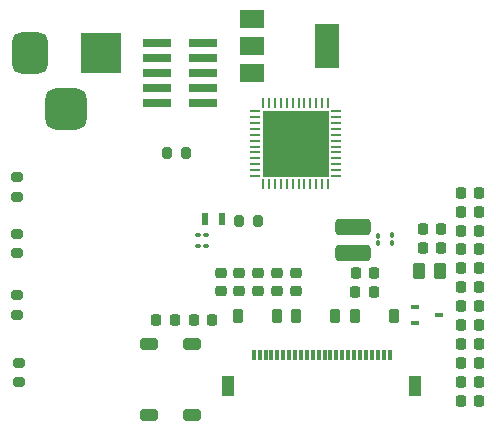
<source format=gbr>
%TF.GenerationSoftware,KiCad,Pcbnew,7.0.8*%
%TF.CreationDate,2023-11-29T21:04:09-06:00*%
%TF.ProjectId,Clock1_v2,436c6f63-6b31-45f7-9632-2e6b69636164,rev?*%
%TF.SameCoordinates,Original*%
%TF.FileFunction,Soldermask,Top*%
%TF.FilePolarity,Negative*%
%FSLAX46Y46*%
G04 Gerber Fmt 4.6, Leading zero omitted, Abs format (unit mm)*
G04 Created by KiCad (PCBNEW 7.0.8) date 2023-11-29 21:04:09*
%MOMM*%
%LPD*%
G01*
G04 APERTURE LIST*
G04 Aperture macros list*
%AMRoundRect*
0 Rectangle with rounded corners*
0 $1 Rounding radius*
0 $2 $3 $4 $5 $6 $7 $8 $9 X,Y pos of 4 corners*
0 Add a 4 corners polygon primitive as box body*
4,1,4,$2,$3,$4,$5,$6,$7,$8,$9,$2,$3,0*
0 Add four circle primitives for the rounded corners*
1,1,$1+$1,$2,$3*
1,1,$1+$1,$4,$5*
1,1,$1+$1,$6,$7*
1,1,$1+$1,$8,$9*
0 Add four rect primitives between the rounded corners*
20,1,$1+$1,$2,$3,$4,$5,0*
20,1,$1+$1,$4,$5,$6,$7,0*
20,1,$1+$1,$6,$7,$8,$9,0*
20,1,$1+$1,$8,$9,$2,$3,0*%
G04 Aperture macros list end*
%ADD10R,3.500000X3.500000*%
%ADD11RoundRect,0.750000X-0.750000X-1.000000X0.750000X-1.000000X0.750000X1.000000X-0.750000X1.000000X0*%
%ADD12RoundRect,0.875000X-0.875000X-0.875000X0.875000X-0.875000X0.875000X0.875000X-0.875000X0.875000X0*%
%ADD13R,2.400000X0.740000*%
%ADD14R,0.300000X0.900000*%
%ADD15R,1.100000X1.800000*%
%ADD16RoundRect,0.225000X-0.225000X-0.250000X0.225000X-0.250000X0.225000X0.250000X-0.225000X0.250000X0*%
%ADD17RoundRect,0.225000X-0.250000X0.225000X-0.250000X-0.225000X0.250000X-0.225000X0.250000X0.225000X0*%
%ADD18RoundRect,0.225000X0.225000X0.375000X-0.225000X0.375000X-0.225000X-0.375000X0.225000X-0.375000X0*%
%ADD19RoundRect,0.100000X-0.100000X0.130000X-0.100000X-0.130000X0.100000X-0.130000X0.100000X0.130000X0*%
%ADD20RoundRect,0.200000X-0.200000X-0.275000X0.200000X-0.275000X0.200000X0.275000X-0.200000X0.275000X0*%
%ADD21RoundRect,0.250000X0.512000X-0.250000X0.512000X0.250000X-0.512000X0.250000X-0.512000X-0.250000X0*%
%ADD22RoundRect,0.100000X-0.130000X-0.100000X0.130000X-0.100000X0.130000X0.100000X-0.130000X0.100000X0*%
%ADD23RoundRect,0.225000X0.225000X0.250000X-0.225000X0.250000X-0.225000X-0.250000X0.225000X-0.250000X0*%
%ADD24RoundRect,0.350000X1.150000X-0.350000X1.150000X0.350000X-1.150000X0.350000X-1.150000X-0.350000X0*%
%ADD25RoundRect,0.200000X0.275000X-0.200000X0.275000X0.200000X-0.275000X0.200000X-0.275000X-0.200000X0*%
%ADD26R,0.700000X0.450000*%
%ADD27R,0.600000X1.100000*%
%ADD28RoundRect,0.062500X0.062500X-0.375000X0.062500X0.375000X-0.062500X0.375000X-0.062500X-0.375000X0*%
%ADD29RoundRect,0.062500X0.375000X-0.062500X0.375000X0.062500X-0.375000X0.062500X-0.375000X-0.062500X0*%
%ADD30R,5.600000X5.600000*%
%ADD31R,2.000000X1.500000*%
%ADD32R,2.000000X3.800000*%
%ADD33RoundRect,0.250000X0.262500X0.450000X-0.262500X0.450000X-0.262500X-0.450000X0.262500X-0.450000X0*%
%ADD34RoundRect,0.200000X-0.275000X0.200000X-0.275000X-0.200000X0.275000X-0.200000X0.275000X0.200000X0*%
G04 APERTURE END LIST*
D10*
%TO.C,J1*%
X109700000Y-85100000D03*
D11*
X103700000Y-85100000D03*
D12*
X106700000Y-89800000D03*
%TD*%
D13*
%TO.C,J2*%
X114400000Y-84200000D03*
X118300000Y-84200000D03*
X114400000Y-85470000D03*
X118300000Y-85470000D03*
X114400000Y-86740000D03*
X118300000Y-86740000D03*
X114400000Y-88010000D03*
X118300000Y-88010000D03*
X114400000Y-89280000D03*
X118300000Y-89280000D03*
%TD*%
D14*
%TO.C,U3*%
X122606030Y-110600000D03*
X123106030Y-110600000D03*
X123606030Y-110600000D03*
X124106030Y-110600000D03*
X124606030Y-110600000D03*
X125106030Y-110600000D03*
X125606030Y-110600000D03*
X126106030Y-110600000D03*
X126606030Y-110600000D03*
X127106030Y-110600000D03*
X127606030Y-110600000D03*
X128106030Y-110600000D03*
X128606030Y-110600000D03*
X129106030Y-110600000D03*
X129606030Y-110600000D03*
X130106030Y-110600000D03*
X130606030Y-110600000D03*
X131106030Y-110600000D03*
X131606030Y-110600000D03*
X132106030Y-110600000D03*
X132606030Y-110600000D03*
X133106030Y-110600000D03*
X133606030Y-110600000D03*
X134106030Y-110600000D03*
D15*
X120449731Y-113267624D03*
X136249731Y-113267624D03*
%TD*%
D16*
%TO.C,C19*%
X140125000Y-114500000D03*
X141675000Y-114500000D03*
%TD*%
%TO.C,C14*%
X140125000Y-106500000D03*
X141675000Y-106500000D03*
%TD*%
D17*
%TO.C,C23*%
X126200000Y-103699998D03*
X126200000Y-105249998D03*
%TD*%
D16*
%TO.C,C16*%
X140125000Y-109700000D03*
X141675000Y-109700000D03*
%TD*%
D18*
%TO.C,D3*%
X129500000Y-107299998D03*
X126200000Y-107299998D03*
%TD*%
D19*
%TO.C,C28*%
X134300000Y-100479998D03*
X134300000Y-101119998D03*
%TD*%
D18*
%TO.C,D2*%
X124600000Y-107299998D03*
X121300000Y-107299998D03*
%TD*%
D16*
%TO.C,C17*%
X140125000Y-111300000D03*
X141675000Y-111300000D03*
%TD*%
D17*
%TO.C,C24*%
X123000000Y-103699998D03*
X123000000Y-105249998D03*
%TD*%
D16*
%TO.C,C9*%
X140125000Y-98500000D03*
X141675000Y-98500000D03*
%TD*%
D20*
%TO.C,R2*%
X115250000Y-93500000D03*
X116900000Y-93500000D03*
%TD*%
D21*
%TO.C,SW7*%
X113700000Y-115700000D03*
X113700000Y-109700000D03*
X117400000Y-115700000D03*
X117400000Y-109700000D03*
%TD*%
D22*
%TO.C,C5*%
X117925000Y-101400000D03*
X118565000Y-101400000D03*
%TD*%
D16*
%TO.C,C13*%
X140125000Y-104900000D03*
X141675000Y-104900000D03*
%TD*%
D17*
%TO.C,C22*%
X124600000Y-103699998D03*
X124600000Y-105249998D03*
%TD*%
D16*
%TO.C,C10*%
X140125000Y-100100000D03*
X141675000Y-100100000D03*
%TD*%
%TO.C,C1*%
X136922500Y-100000000D03*
X138472500Y-100000000D03*
%TD*%
%TO.C,C15*%
X140125000Y-108100000D03*
X141675000Y-108100000D03*
%TD*%
%TO.C,C18*%
X140125000Y-112900000D03*
X141675000Y-112900000D03*
%TD*%
%TO.C,C2*%
X136925000Y-101600000D03*
X138475000Y-101600000D03*
%TD*%
D23*
%TO.C,C3*%
X115900000Y-107700000D03*
X114350000Y-107700000D03*
%TD*%
D24*
%TO.C,L1*%
X131019000Y-99799998D03*
X131000000Y-101999998D03*
%TD*%
D25*
%TO.C,R7*%
X102600000Y-107225000D03*
X102600000Y-105575000D03*
%TD*%
D16*
%TO.C,C12*%
X140125000Y-103300000D03*
X141675000Y-103300000D03*
%TD*%
D25*
%TO.C,R6*%
X102600000Y-102000000D03*
X102600000Y-100350000D03*
%TD*%
D16*
%TO.C,C20*%
X131200000Y-105299998D03*
X132750000Y-105299998D03*
%TD*%
D22*
%TO.C,C4*%
X117925000Y-100500000D03*
X118565000Y-100500000D03*
%TD*%
D16*
%TO.C,C21*%
X117525000Y-107699998D03*
X119075000Y-107699998D03*
%TD*%
D25*
%TO.C,R8*%
X102700000Y-112925000D03*
X102700000Y-111275000D03*
%TD*%
D26*
%TO.C,Q1*%
X136300000Y-106600000D03*
X136300000Y-107900000D03*
X138300000Y-107250000D03*
%TD*%
D20*
%TO.C,R1*%
X121350000Y-99300000D03*
X123000000Y-99300000D03*
%TD*%
D18*
%TO.C,D1*%
X134500000Y-107299998D03*
X131200000Y-107299998D03*
%TD*%
D27*
%TO.C,Y1*%
X118500000Y-99100000D03*
X119900000Y-99100000D03*
%TD*%
D16*
%TO.C,C11*%
X140125000Y-101700000D03*
X141675000Y-101700000D03*
%TD*%
D28*
%TO.C,U1*%
X123400000Y-96175000D03*
X123900000Y-96175000D03*
X124400000Y-96175000D03*
X124900000Y-96175000D03*
X125400000Y-96175000D03*
X125900000Y-96175000D03*
X126400000Y-96175000D03*
X126900000Y-96175000D03*
X127400000Y-96175000D03*
X127900000Y-96175000D03*
X128400000Y-96175000D03*
X128900000Y-96175000D03*
D29*
X129587500Y-95487500D03*
X129587500Y-94987500D03*
X129587500Y-94487500D03*
X129587500Y-93987500D03*
X129587500Y-93487500D03*
X129587500Y-92987500D03*
X129587500Y-92487500D03*
X129587500Y-91987500D03*
X129587500Y-91487500D03*
X129587500Y-90987500D03*
X129587500Y-90487500D03*
X129587500Y-89987500D03*
D28*
X128900000Y-89300000D03*
X128400000Y-89300000D03*
X127900000Y-89300000D03*
X127400000Y-89300000D03*
X126900000Y-89300000D03*
X126400000Y-89300000D03*
X125900000Y-89300000D03*
X125400000Y-89300000D03*
X124900000Y-89300000D03*
X124400000Y-89300000D03*
X123900000Y-89300000D03*
X123400000Y-89300000D03*
D29*
X122712500Y-89987500D03*
X122712500Y-90487500D03*
X122712500Y-90987500D03*
X122712500Y-91487500D03*
X122712500Y-91987500D03*
X122712500Y-92487500D03*
X122712500Y-92987500D03*
X122712500Y-93487500D03*
X122712500Y-93987500D03*
X122712500Y-94487500D03*
X122712500Y-94987500D03*
X122712500Y-95487500D03*
D30*
X126150000Y-92737500D03*
%TD*%
D16*
%TO.C,C8*%
X140125000Y-96925000D03*
X141675000Y-96925000D03*
%TD*%
D17*
%TO.C,C26*%
X119800000Y-103699998D03*
X119800000Y-105249998D03*
%TD*%
%TO.C,C25*%
X121400000Y-103699998D03*
X121400000Y-105249998D03*
%TD*%
D31*
%TO.C,U2*%
X122500000Y-82200000D03*
X122500000Y-84500000D03*
X122500000Y-86800000D03*
D32*
X128800000Y-84500000D03*
%TD*%
D33*
%TO.C,R4*%
X138400000Y-103500000D03*
X136575000Y-103500000D03*
%TD*%
D34*
%TO.C,R5*%
X102600000Y-95578000D03*
X102600000Y-97228000D03*
%TD*%
D23*
%TO.C,C27*%
X132800000Y-103699998D03*
X131250000Y-103699998D03*
%TD*%
D19*
%TO.C,C29*%
X133100000Y-100524998D03*
X133100000Y-101164998D03*
%TD*%
M02*

</source>
